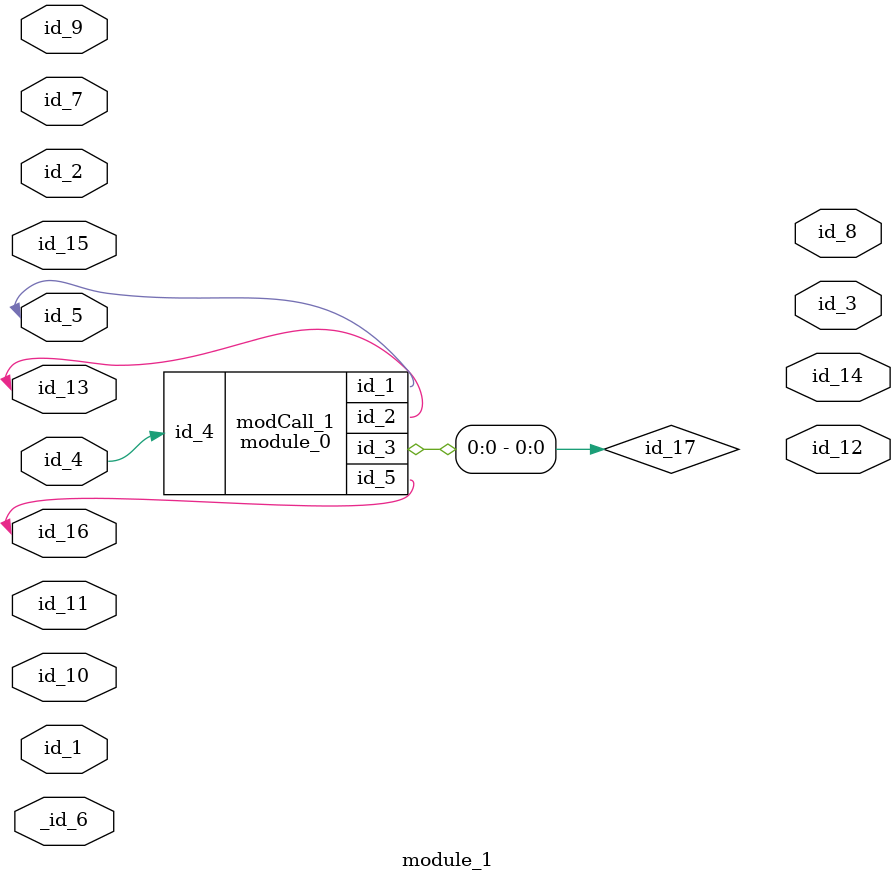
<source format=v>
module module_0 (
    id_1,
    id_2,
    id_3,
    id_4,
    id_5
);
  inout wire id_5;
  input wire id_4;
  inout wire id_3;
  output wire id_2;
  output wire id_1;
  wire id_6;
endmodule
module module_1 #(
    parameter id_6 = 32'd49
) (
    id_1,
    id_2,
    id_3,
    id_4,
    id_5,
    _id_6,
    id_7,
    id_8,
    id_9,
    id_10,
    id_11,
    id_12,
    id_13,
    id_14,
    id_15,
    id_16
);
  inout wire id_16;
  input wire id_15;
  output wire id_14;
  inout wire id_13;
  output wire id_12;
  input wire id_11;
  input wire id_10;
  input wire id_9;
  output wire id_8;
  input wire id_7;
  input wire _id_6;
  inout wire id_5;
  input wire id_4;
  output wire id_3;
  input wire id_2;
  input wire id_1;
  wire [id_6 : 1 'h0] id_17;
  module_0 modCall_1 (
      id_5,
      id_13,
      id_17,
      id_4,
      id_16
  );
endmodule

</source>
